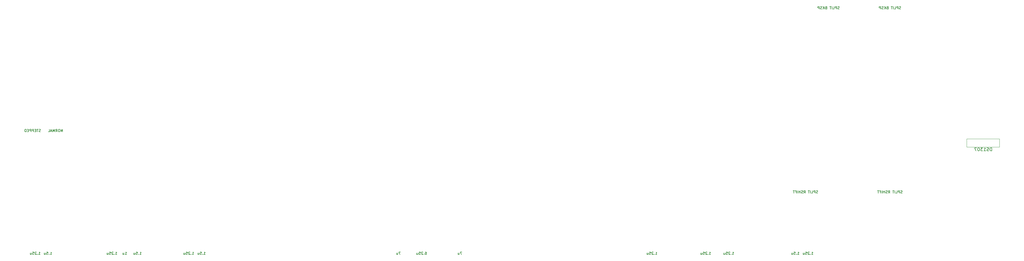
<source format=gbr>
G04 #@! TF.GenerationSoftware,KiCad,Pcbnew,(5.1.6)-1*
G04 #@! TF.CreationDate,2022-07-12T00:57:42-05:00*
G04 #@! TF.ProjectId,pinstripe,70696e73-7472-4697-9065-2e6b69636164,rev?*
G04 #@! TF.SameCoordinates,Original*
G04 #@! TF.FileFunction,Legend,Bot*
G04 #@! TF.FilePolarity,Positive*
%FSLAX46Y46*%
G04 Gerber Fmt 4.6, Leading zero omitted, Abs format (unit mm)*
G04 Created by KiCad (PCBNEW (5.1.6)-1) date 2022-07-12 00:57:42*
%MOMM*%
%LPD*%
G01*
G04 APERTURE LIST*
%ADD10C,0.150000*%
%ADD11C,0.120000*%
G04 APERTURE END LIST*
D10*
X314483333Y-164630059D02*
X314369047Y-164668154D01*
X314178571Y-164668154D01*
X314102380Y-164630059D01*
X314064285Y-164591964D01*
X314026190Y-164515773D01*
X314026190Y-164439583D01*
X314064285Y-164363392D01*
X314102380Y-164325297D01*
X314178571Y-164287202D01*
X314330952Y-164249107D01*
X314407142Y-164211011D01*
X314445238Y-164172916D01*
X314483333Y-164096726D01*
X314483333Y-164020535D01*
X314445238Y-163944345D01*
X314407142Y-163906250D01*
X314330952Y-163868154D01*
X314140476Y-163868154D01*
X314026190Y-163906250D01*
X313683333Y-164668154D02*
X313683333Y-163868154D01*
X313378571Y-163868154D01*
X313302380Y-163906250D01*
X313264285Y-163944345D01*
X313226190Y-164020535D01*
X313226190Y-164134821D01*
X313264285Y-164211011D01*
X313302380Y-164249107D01*
X313378571Y-164287202D01*
X313683333Y-164287202D01*
X312502380Y-164668154D02*
X312883333Y-164668154D01*
X312883333Y-163868154D01*
X312235714Y-164668154D02*
X312235714Y-163868154D01*
X311969047Y-163868154D02*
X311511904Y-163868154D01*
X311740476Y-164668154D02*
X311740476Y-163868154D01*
X310369047Y-164249107D02*
X310254761Y-164287202D01*
X310216666Y-164325297D01*
X310178571Y-164401488D01*
X310178571Y-164515773D01*
X310216666Y-164591964D01*
X310254761Y-164630059D01*
X310330952Y-164668154D01*
X310635714Y-164668154D01*
X310635714Y-163868154D01*
X310369047Y-163868154D01*
X310292857Y-163906250D01*
X310254761Y-163944345D01*
X310216666Y-164020535D01*
X310216666Y-164096726D01*
X310254761Y-164172916D01*
X310292857Y-164211011D01*
X310369047Y-164249107D01*
X310635714Y-164249107D01*
X309835714Y-164668154D02*
X309835714Y-163868154D01*
X309378571Y-164668154D02*
X309721428Y-164211011D01*
X309378571Y-163868154D02*
X309835714Y-164325297D01*
X309073809Y-164630059D02*
X308959523Y-164668154D01*
X308769047Y-164668154D01*
X308692857Y-164630059D01*
X308654761Y-164591964D01*
X308616666Y-164515773D01*
X308616666Y-164439583D01*
X308654761Y-164363392D01*
X308692857Y-164325297D01*
X308769047Y-164287202D01*
X308921428Y-164249107D01*
X308997619Y-164211011D01*
X309035714Y-164172916D01*
X309073809Y-164096726D01*
X309073809Y-164020535D01*
X309035714Y-163944345D01*
X308997619Y-163906250D01*
X308921428Y-163868154D01*
X308730952Y-163868154D01*
X308616666Y-163906250D01*
X308273809Y-164668154D02*
X308273809Y-163868154D01*
X307969047Y-163868154D01*
X307892857Y-163906250D01*
X307854761Y-163944345D01*
X307816666Y-164020535D01*
X307816666Y-164134821D01*
X307854761Y-164211011D01*
X307892857Y-164249107D01*
X307969047Y-164287202D01*
X308273809Y-164287202D01*
X295433333Y-164630059D02*
X295319047Y-164668154D01*
X295128571Y-164668154D01*
X295052380Y-164630059D01*
X295014285Y-164591964D01*
X294976190Y-164515773D01*
X294976190Y-164439583D01*
X295014285Y-164363392D01*
X295052380Y-164325297D01*
X295128571Y-164287202D01*
X295280952Y-164249107D01*
X295357142Y-164211011D01*
X295395238Y-164172916D01*
X295433333Y-164096726D01*
X295433333Y-164020535D01*
X295395238Y-163944345D01*
X295357142Y-163906250D01*
X295280952Y-163868154D01*
X295090476Y-163868154D01*
X294976190Y-163906250D01*
X294633333Y-164668154D02*
X294633333Y-163868154D01*
X294328571Y-163868154D01*
X294252380Y-163906250D01*
X294214285Y-163944345D01*
X294176190Y-164020535D01*
X294176190Y-164134821D01*
X294214285Y-164211011D01*
X294252380Y-164249107D01*
X294328571Y-164287202D01*
X294633333Y-164287202D01*
X293452380Y-164668154D02*
X293833333Y-164668154D01*
X293833333Y-163868154D01*
X293185714Y-164668154D02*
X293185714Y-163868154D01*
X292919047Y-163868154D02*
X292461904Y-163868154D01*
X292690476Y-164668154D02*
X292690476Y-163868154D01*
X291319047Y-164249107D02*
X291204761Y-164287202D01*
X291166666Y-164325297D01*
X291128571Y-164401488D01*
X291128571Y-164515773D01*
X291166666Y-164591964D01*
X291204761Y-164630059D01*
X291280952Y-164668154D01*
X291585714Y-164668154D01*
X291585714Y-163868154D01*
X291319047Y-163868154D01*
X291242857Y-163906250D01*
X291204761Y-163944345D01*
X291166666Y-164020535D01*
X291166666Y-164096726D01*
X291204761Y-164172916D01*
X291242857Y-164211011D01*
X291319047Y-164249107D01*
X291585714Y-164249107D01*
X290785714Y-164668154D02*
X290785714Y-163868154D01*
X290328571Y-164668154D02*
X290671428Y-164211011D01*
X290328571Y-163868154D02*
X290785714Y-164325297D01*
X290023809Y-164630059D02*
X289909523Y-164668154D01*
X289719047Y-164668154D01*
X289642857Y-164630059D01*
X289604761Y-164591964D01*
X289566666Y-164515773D01*
X289566666Y-164439583D01*
X289604761Y-164363392D01*
X289642857Y-164325297D01*
X289719047Y-164287202D01*
X289871428Y-164249107D01*
X289947619Y-164211011D01*
X289985714Y-164172916D01*
X290023809Y-164096726D01*
X290023809Y-164020535D01*
X289985714Y-163944345D01*
X289947619Y-163906250D01*
X289871428Y-163868154D01*
X289680952Y-163868154D01*
X289566666Y-163906250D01*
X289223809Y-164668154D02*
X289223809Y-163868154D01*
X288919047Y-163868154D01*
X288842857Y-163906250D01*
X288804761Y-163944345D01*
X288766666Y-164020535D01*
X288766666Y-164134821D01*
X288804761Y-164211011D01*
X288842857Y-164249107D01*
X288919047Y-164287202D01*
X289223809Y-164287202D01*
X314940476Y-221780059D02*
X314826190Y-221818154D01*
X314635714Y-221818154D01*
X314559523Y-221780059D01*
X314521428Y-221741964D01*
X314483333Y-221665773D01*
X314483333Y-221589583D01*
X314521428Y-221513392D01*
X314559523Y-221475297D01*
X314635714Y-221437202D01*
X314788095Y-221399107D01*
X314864285Y-221361011D01*
X314902380Y-221322916D01*
X314940476Y-221246726D01*
X314940476Y-221170535D01*
X314902380Y-221094345D01*
X314864285Y-221056250D01*
X314788095Y-221018154D01*
X314597619Y-221018154D01*
X314483333Y-221056250D01*
X314140476Y-221818154D02*
X314140476Y-221018154D01*
X313835714Y-221018154D01*
X313759523Y-221056250D01*
X313721428Y-221094345D01*
X313683333Y-221170535D01*
X313683333Y-221284821D01*
X313721428Y-221361011D01*
X313759523Y-221399107D01*
X313835714Y-221437202D01*
X314140476Y-221437202D01*
X312959523Y-221818154D02*
X313340476Y-221818154D01*
X313340476Y-221018154D01*
X312692857Y-221818154D02*
X312692857Y-221018154D01*
X312426190Y-221018154D02*
X311969047Y-221018154D01*
X312197619Y-221818154D02*
X312197619Y-221018154D01*
X310635714Y-221818154D02*
X310902380Y-221437202D01*
X311092857Y-221818154D02*
X311092857Y-221018154D01*
X310788095Y-221018154D01*
X310711904Y-221056250D01*
X310673809Y-221094345D01*
X310635714Y-221170535D01*
X310635714Y-221284821D01*
X310673809Y-221361011D01*
X310711904Y-221399107D01*
X310788095Y-221437202D01*
X311092857Y-221437202D01*
X310330952Y-221780059D02*
X310216666Y-221818154D01*
X310026190Y-221818154D01*
X309950000Y-221780059D01*
X309911904Y-221741964D01*
X309873809Y-221665773D01*
X309873809Y-221589583D01*
X309911904Y-221513392D01*
X309950000Y-221475297D01*
X310026190Y-221437202D01*
X310178571Y-221399107D01*
X310254761Y-221361011D01*
X310292857Y-221322916D01*
X310330952Y-221246726D01*
X310330952Y-221170535D01*
X310292857Y-221094345D01*
X310254761Y-221056250D01*
X310178571Y-221018154D01*
X309988095Y-221018154D01*
X309873809Y-221056250D01*
X309530952Y-221818154D02*
X309530952Y-221018154D01*
X309530952Y-221399107D02*
X309073809Y-221399107D01*
X309073809Y-221818154D02*
X309073809Y-221018154D01*
X308692857Y-221818154D02*
X308692857Y-221018154D01*
X308045238Y-221399107D02*
X308311904Y-221399107D01*
X308311904Y-221818154D02*
X308311904Y-221018154D01*
X307930952Y-221018154D01*
X307740476Y-221018154D02*
X307283333Y-221018154D01*
X307511904Y-221818154D02*
X307511904Y-221018154D01*
X288746726Y-221780059D02*
X288632440Y-221818154D01*
X288441964Y-221818154D01*
X288365773Y-221780059D01*
X288327678Y-221741964D01*
X288289583Y-221665773D01*
X288289583Y-221589583D01*
X288327678Y-221513392D01*
X288365773Y-221475297D01*
X288441964Y-221437202D01*
X288594345Y-221399107D01*
X288670535Y-221361011D01*
X288708630Y-221322916D01*
X288746726Y-221246726D01*
X288746726Y-221170535D01*
X288708630Y-221094345D01*
X288670535Y-221056250D01*
X288594345Y-221018154D01*
X288403869Y-221018154D01*
X288289583Y-221056250D01*
X287946726Y-221818154D02*
X287946726Y-221018154D01*
X287641964Y-221018154D01*
X287565773Y-221056250D01*
X287527678Y-221094345D01*
X287489583Y-221170535D01*
X287489583Y-221284821D01*
X287527678Y-221361011D01*
X287565773Y-221399107D01*
X287641964Y-221437202D01*
X287946726Y-221437202D01*
X286765773Y-221818154D02*
X287146726Y-221818154D01*
X287146726Y-221018154D01*
X286499107Y-221818154D02*
X286499107Y-221018154D01*
X286232440Y-221018154D02*
X285775297Y-221018154D01*
X286003869Y-221818154D02*
X286003869Y-221018154D01*
X284441964Y-221818154D02*
X284708630Y-221437202D01*
X284899107Y-221818154D02*
X284899107Y-221018154D01*
X284594345Y-221018154D01*
X284518154Y-221056250D01*
X284480059Y-221094345D01*
X284441964Y-221170535D01*
X284441964Y-221284821D01*
X284480059Y-221361011D01*
X284518154Y-221399107D01*
X284594345Y-221437202D01*
X284899107Y-221437202D01*
X284137202Y-221780059D02*
X284022916Y-221818154D01*
X283832440Y-221818154D01*
X283756250Y-221780059D01*
X283718154Y-221741964D01*
X283680059Y-221665773D01*
X283680059Y-221589583D01*
X283718154Y-221513392D01*
X283756250Y-221475297D01*
X283832440Y-221437202D01*
X283984821Y-221399107D01*
X284061011Y-221361011D01*
X284099107Y-221322916D01*
X284137202Y-221246726D01*
X284137202Y-221170535D01*
X284099107Y-221094345D01*
X284061011Y-221056250D01*
X283984821Y-221018154D01*
X283794345Y-221018154D01*
X283680059Y-221056250D01*
X283337202Y-221818154D02*
X283337202Y-221018154D01*
X283337202Y-221399107D02*
X282880059Y-221399107D01*
X282880059Y-221818154D02*
X282880059Y-221018154D01*
X282499107Y-221818154D02*
X282499107Y-221018154D01*
X281851488Y-221399107D02*
X282118154Y-221399107D01*
X282118154Y-221818154D02*
X282118154Y-221018154D01*
X281737202Y-221018154D01*
X281546726Y-221018154D02*
X281089583Y-221018154D01*
X281318154Y-221818154D02*
X281318154Y-221018154D01*
X54558928Y-202768154D02*
X54558928Y-201968154D01*
X54101785Y-202768154D01*
X54101785Y-201968154D01*
X53568452Y-201968154D02*
X53416071Y-201968154D01*
X53339880Y-202006250D01*
X53263690Y-202082440D01*
X53225595Y-202234821D01*
X53225595Y-202501488D01*
X53263690Y-202653869D01*
X53339880Y-202730059D01*
X53416071Y-202768154D01*
X53568452Y-202768154D01*
X53644642Y-202730059D01*
X53720833Y-202653869D01*
X53758928Y-202501488D01*
X53758928Y-202234821D01*
X53720833Y-202082440D01*
X53644642Y-202006250D01*
X53568452Y-201968154D01*
X52425595Y-202768154D02*
X52692261Y-202387202D01*
X52882738Y-202768154D02*
X52882738Y-201968154D01*
X52577976Y-201968154D01*
X52501785Y-202006250D01*
X52463690Y-202044345D01*
X52425595Y-202120535D01*
X52425595Y-202234821D01*
X52463690Y-202311011D01*
X52501785Y-202349107D01*
X52577976Y-202387202D01*
X52882738Y-202387202D01*
X52082738Y-202768154D02*
X52082738Y-201968154D01*
X51816071Y-202539583D01*
X51549404Y-201968154D01*
X51549404Y-202768154D01*
X51206547Y-202539583D02*
X50825595Y-202539583D01*
X51282738Y-202768154D02*
X51016071Y-201968154D01*
X50749404Y-202768154D01*
X50101785Y-202768154D02*
X50482738Y-202768154D01*
X50482738Y-201968154D01*
X47700892Y-202730059D02*
X47586607Y-202768154D01*
X47396130Y-202768154D01*
X47319940Y-202730059D01*
X47281845Y-202691964D01*
X47243750Y-202615773D01*
X47243750Y-202539583D01*
X47281845Y-202463392D01*
X47319940Y-202425297D01*
X47396130Y-202387202D01*
X47548511Y-202349107D01*
X47624702Y-202311011D01*
X47662797Y-202272916D01*
X47700892Y-202196726D01*
X47700892Y-202120535D01*
X47662797Y-202044345D01*
X47624702Y-202006250D01*
X47548511Y-201968154D01*
X47358035Y-201968154D01*
X47243750Y-202006250D01*
X47015178Y-201968154D02*
X46558035Y-201968154D01*
X46786607Y-202768154D02*
X46786607Y-201968154D01*
X46291369Y-202349107D02*
X46024702Y-202349107D01*
X45910416Y-202768154D02*
X46291369Y-202768154D01*
X46291369Y-201968154D01*
X45910416Y-201968154D01*
X45567559Y-202768154D02*
X45567559Y-201968154D01*
X45262797Y-201968154D01*
X45186607Y-202006250D01*
X45148511Y-202044345D01*
X45110416Y-202120535D01*
X45110416Y-202234821D01*
X45148511Y-202311011D01*
X45186607Y-202349107D01*
X45262797Y-202387202D01*
X45567559Y-202387202D01*
X44767559Y-202768154D02*
X44767559Y-201968154D01*
X44462797Y-201968154D01*
X44386607Y-202006250D01*
X44348511Y-202044345D01*
X44310416Y-202120535D01*
X44310416Y-202234821D01*
X44348511Y-202311011D01*
X44386607Y-202349107D01*
X44462797Y-202387202D01*
X44767559Y-202387202D01*
X43967559Y-202349107D02*
X43700892Y-202349107D01*
X43586607Y-202768154D02*
X43967559Y-202768154D01*
X43967559Y-201968154D01*
X43586607Y-201968154D01*
X43243750Y-202768154D02*
X43243750Y-201968154D01*
X43053273Y-201968154D01*
X42938988Y-202006250D01*
X42862797Y-202082440D01*
X42824702Y-202158630D01*
X42786607Y-202311011D01*
X42786607Y-202425297D01*
X42824702Y-202577678D01*
X42862797Y-202653869D01*
X42938988Y-202730059D01*
X43053273Y-202768154D01*
X43243750Y-202768154D01*
X78492261Y-240868154D02*
X78949404Y-240868154D01*
X78720833Y-240868154D02*
X78720833Y-240068154D01*
X78797023Y-240182440D01*
X78873214Y-240258630D01*
X78949404Y-240296726D01*
X78149404Y-240791964D02*
X78111309Y-240830059D01*
X78149404Y-240868154D01*
X78187500Y-240830059D01*
X78149404Y-240791964D01*
X78149404Y-240868154D01*
X77387500Y-240068154D02*
X77768452Y-240068154D01*
X77806547Y-240449107D01*
X77768452Y-240411011D01*
X77692261Y-240372916D01*
X77501785Y-240372916D01*
X77425595Y-240411011D01*
X77387500Y-240449107D01*
X77349404Y-240525297D01*
X77349404Y-240715773D01*
X77387500Y-240791964D01*
X77425595Y-240830059D01*
X77501785Y-240868154D01*
X77692261Y-240868154D01*
X77768452Y-240830059D01*
X77806547Y-240791964D01*
X76663690Y-240334821D02*
X76663690Y-240868154D01*
X77006547Y-240334821D02*
X77006547Y-240753869D01*
X76968452Y-240830059D01*
X76892261Y-240868154D01*
X76777976Y-240868154D01*
X76701785Y-240830059D01*
X76663690Y-240791964D01*
X286835714Y-240868154D02*
X287292857Y-240868154D01*
X287064285Y-240868154D02*
X287064285Y-240068154D01*
X287140476Y-240182440D01*
X287216666Y-240258630D01*
X287292857Y-240296726D01*
X286492857Y-240791964D02*
X286454761Y-240830059D01*
X286492857Y-240868154D01*
X286530952Y-240830059D01*
X286492857Y-240791964D01*
X286492857Y-240868154D01*
X286150000Y-240144345D02*
X286111904Y-240106250D01*
X286035714Y-240068154D01*
X285845238Y-240068154D01*
X285769047Y-240106250D01*
X285730952Y-240144345D01*
X285692857Y-240220535D01*
X285692857Y-240296726D01*
X285730952Y-240411011D01*
X286188095Y-240868154D01*
X285692857Y-240868154D01*
X284969047Y-240068154D02*
X285350000Y-240068154D01*
X285388095Y-240449107D01*
X285350000Y-240411011D01*
X285273809Y-240372916D01*
X285083333Y-240372916D01*
X285007142Y-240411011D01*
X284969047Y-240449107D01*
X284930952Y-240525297D01*
X284930952Y-240715773D01*
X284969047Y-240791964D01*
X285007142Y-240830059D01*
X285083333Y-240868154D01*
X285273809Y-240868154D01*
X285350000Y-240830059D01*
X285388095Y-240791964D01*
X284245238Y-240334821D02*
X284245238Y-240868154D01*
X284588095Y-240334821D02*
X284588095Y-240753869D01*
X284550000Y-240830059D01*
X284473809Y-240868154D01*
X284359523Y-240868154D01*
X284283333Y-240830059D01*
X284245238Y-240791964D01*
X282486011Y-240868154D02*
X282943154Y-240868154D01*
X282714583Y-240868154D02*
X282714583Y-240068154D01*
X282790773Y-240182440D01*
X282866964Y-240258630D01*
X282943154Y-240296726D01*
X282143154Y-240791964D02*
X282105059Y-240830059D01*
X282143154Y-240868154D01*
X282181250Y-240830059D01*
X282143154Y-240791964D01*
X282143154Y-240868154D01*
X281381250Y-240068154D02*
X281762202Y-240068154D01*
X281800297Y-240449107D01*
X281762202Y-240411011D01*
X281686011Y-240372916D01*
X281495535Y-240372916D01*
X281419345Y-240411011D01*
X281381250Y-240449107D01*
X281343154Y-240525297D01*
X281343154Y-240715773D01*
X281381250Y-240791964D01*
X281419345Y-240830059D01*
X281495535Y-240868154D01*
X281686011Y-240868154D01*
X281762202Y-240830059D01*
X281800297Y-240791964D01*
X280657440Y-240334821D02*
X280657440Y-240868154D01*
X281000297Y-240334821D02*
X281000297Y-240753869D01*
X280962202Y-240830059D01*
X280886011Y-240868154D01*
X280771726Y-240868154D01*
X280695535Y-240830059D01*
X280657440Y-240791964D01*
X262229464Y-240868154D02*
X262686607Y-240868154D01*
X262458035Y-240868154D02*
X262458035Y-240068154D01*
X262534226Y-240182440D01*
X262610416Y-240258630D01*
X262686607Y-240296726D01*
X261886607Y-240791964D02*
X261848511Y-240830059D01*
X261886607Y-240868154D01*
X261924702Y-240830059D01*
X261886607Y-240791964D01*
X261886607Y-240868154D01*
X261543750Y-240144345D02*
X261505654Y-240106250D01*
X261429464Y-240068154D01*
X261238988Y-240068154D01*
X261162797Y-240106250D01*
X261124702Y-240144345D01*
X261086607Y-240220535D01*
X261086607Y-240296726D01*
X261124702Y-240411011D01*
X261581845Y-240868154D01*
X261086607Y-240868154D01*
X260362797Y-240068154D02*
X260743750Y-240068154D01*
X260781845Y-240449107D01*
X260743750Y-240411011D01*
X260667559Y-240372916D01*
X260477083Y-240372916D01*
X260400892Y-240411011D01*
X260362797Y-240449107D01*
X260324702Y-240525297D01*
X260324702Y-240715773D01*
X260362797Y-240791964D01*
X260400892Y-240830059D01*
X260477083Y-240868154D01*
X260667559Y-240868154D01*
X260743750Y-240830059D01*
X260781845Y-240791964D01*
X259638988Y-240334821D02*
X259638988Y-240868154D01*
X259981845Y-240334821D02*
X259981845Y-240753869D01*
X259943750Y-240830059D01*
X259867559Y-240868154D01*
X259753273Y-240868154D01*
X259677083Y-240830059D01*
X259638988Y-240791964D01*
X255085714Y-240868154D02*
X255542857Y-240868154D01*
X255314285Y-240868154D02*
X255314285Y-240068154D01*
X255390476Y-240182440D01*
X255466666Y-240258630D01*
X255542857Y-240296726D01*
X254742857Y-240791964D02*
X254704761Y-240830059D01*
X254742857Y-240868154D01*
X254780952Y-240830059D01*
X254742857Y-240791964D01*
X254742857Y-240868154D01*
X254400000Y-240144345D02*
X254361904Y-240106250D01*
X254285714Y-240068154D01*
X254095238Y-240068154D01*
X254019047Y-240106250D01*
X253980952Y-240144345D01*
X253942857Y-240220535D01*
X253942857Y-240296726D01*
X253980952Y-240411011D01*
X254438095Y-240868154D01*
X253942857Y-240868154D01*
X253219047Y-240068154D02*
X253600000Y-240068154D01*
X253638095Y-240449107D01*
X253600000Y-240411011D01*
X253523809Y-240372916D01*
X253333333Y-240372916D01*
X253257142Y-240411011D01*
X253219047Y-240449107D01*
X253180952Y-240525297D01*
X253180952Y-240715773D01*
X253219047Y-240791964D01*
X253257142Y-240830059D01*
X253333333Y-240868154D01*
X253523809Y-240868154D01*
X253600000Y-240830059D01*
X253638095Y-240791964D01*
X252495238Y-240334821D02*
X252495238Y-240868154D01*
X252838095Y-240334821D02*
X252838095Y-240753869D01*
X252800000Y-240830059D01*
X252723809Y-240868154D01*
X252609523Y-240868154D01*
X252533333Y-240830059D01*
X252495238Y-240791964D01*
X238416964Y-240868154D02*
X238874107Y-240868154D01*
X238645535Y-240868154D02*
X238645535Y-240068154D01*
X238721726Y-240182440D01*
X238797916Y-240258630D01*
X238874107Y-240296726D01*
X238074107Y-240791964D02*
X238036011Y-240830059D01*
X238074107Y-240868154D01*
X238112202Y-240830059D01*
X238074107Y-240791964D01*
X238074107Y-240868154D01*
X237731250Y-240144345D02*
X237693154Y-240106250D01*
X237616964Y-240068154D01*
X237426488Y-240068154D01*
X237350297Y-240106250D01*
X237312202Y-240144345D01*
X237274107Y-240220535D01*
X237274107Y-240296726D01*
X237312202Y-240411011D01*
X237769345Y-240868154D01*
X237274107Y-240868154D01*
X236550297Y-240068154D02*
X236931250Y-240068154D01*
X236969345Y-240449107D01*
X236931250Y-240411011D01*
X236855059Y-240372916D01*
X236664583Y-240372916D01*
X236588392Y-240411011D01*
X236550297Y-240449107D01*
X236512202Y-240525297D01*
X236512202Y-240715773D01*
X236550297Y-240791964D01*
X236588392Y-240830059D01*
X236664583Y-240868154D01*
X236855059Y-240868154D01*
X236931250Y-240830059D01*
X236969345Y-240791964D01*
X235826488Y-240334821D02*
X235826488Y-240868154D01*
X236169345Y-240334821D02*
X236169345Y-240753869D01*
X236131250Y-240830059D01*
X236055059Y-240868154D01*
X235940773Y-240868154D01*
X235864583Y-240830059D01*
X235826488Y-240791964D01*
X178428571Y-240068154D02*
X177895238Y-240068154D01*
X178238095Y-240868154D01*
X177247619Y-240334821D02*
X177247619Y-240868154D01*
X177590476Y-240334821D02*
X177590476Y-240753869D01*
X177552380Y-240830059D01*
X177476190Y-240868154D01*
X177361904Y-240868154D01*
X177285714Y-240830059D01*
X177247619Y-240791964D01*
X167055654Y-240068154D02*
X167208035Y-240068154D01*
X167284226Y-240106250D01*
X167322321Y-240144345D01*
X167398511Y-240258630D01*
X167436607Y-240411011D01*
X167436607Y-240715773D01*
X167398511Y-240791964D01*
X167360416Y-240830059D01*
X167284226Y-240868154D01*
X167131845Y-240868154D01*
X167055654Y-240830059D01*
X167017559Y-240791964D01*
X166979464Y-240715773D01*
X166979464Y-240525297D01*
X167017559Y-240449107D01*
X167055654Y-240411011D01*
X167131845Y-240372916D01*
X167284226Y-240372916D01*
X167360416Y-240411011D01*
X167398511Y-240449107D01*
X167436607Y-240525297D01*
X166636607Y-240791964D02*
X166598511Y-240830059D01*
X166636607Y-240868154D01*
X166674702Y-240830059D01*
X166636607Y-240791964D01*
X166636607Y-240868154D01*
X166293750Y-240144345D02*
X166255654Y-240106250D01*
X166179464Y-240068154D01*
X165988988Y-240068154D01*
X165912797Y-240106250D01*
X165874702Y-240144345D01*
X165836607Y-240220535D01*
X165836607Y-240296726D01*
X165874702Y-240411011D01*
X166331845Y-240868154D01*
X165836607Y-240868154D01*
X165112797Y-240068154D02*
X165493750Y-240068154D01*
X165531845Y-240449107D01*
X165493750Y-240411011D01*
X165417559Y-240372916D01*
X165227083Y-240372916D01*
X165150892Y-240411011D01*
X165112797Y-240449107D01*
X165074702Y-240525297D01*
X165074702Y-240715773D01*
X165112797Y-240791964D01*
X165150892Y-240830059D01*
X165227083Y-240868154D01*
X165417559Y-240868154D01*
X165493750Y-240830059D01*
X165531845Y-240791964D01*
X164388988Y-240334821D02*
X164388988Y-240868154D01*
X164731845Y-240334821D02*
X164731845Y-240753869D01*
X164693750Y-240830059D01*
X164617559Y-240868154D01*
X164503273Y-240868154D01*
X164427083Y-240830059D01*
X164388988Y-240791964D01*
X159378571Y-240068154D02*
X158845238Y-240068154D01*
X159188095Y-240868154D01*
X158197619Y-240334821D02*
X158197619Y-240868154D01*
X158540476Y-240334821D02*
X158540476Y-240753869D01*
X158502380Y-240830059D01*
X158426190Y-240868154D01*
X158311904Y-240868154D01*
X158235714Y-240830059D01*
X158197619Y-240791964D01*
X94748214Y-240868154D02*
X95205357Y-240868154D01*
X94976785Y-240868154D02*
X94976785Y-240068154D01*
X95052976Y-240182440D01*
X95129166Y-240258630D01*
X95205357Y-240296726D01*
X94405357Y-240791964D02*
X94367261Y-240830059D01*
X94405357Y-240868154D01*
X94443452Y-240830059D01*
X94405357Y-240791964D01*
X94405357Y-240868154D01*
X94062500Y-240144345D02*
X94024404Y-240106250D01*
X93948214Y-240068154D01*
X93757738Y-240068154D01*
X93681547Y-240106250D01*
X93643452Y-240144345D01*
X93605357Y-240220535D01*
X93605357Y-240296726D01*
X93643452Y-240411011D01*
X94100595Y-240868154D01*
X93605357Y-240868154D01*
X92881547Y-240068154D02*
X93262500Y-240068154D01*
X93300595Y-240449107D01*
X93262500Y-240411011D01*
X93186309Y-240372916D01*
X92995833Y-240372916D01*
X92919642Y-240411011D01*
X92881547Y-240449107D01*
X92843452Y-240525297D01*
X92843452Y-240715773D01*
X92881547Y-240791964D01*
X92919642Y-240830059D01*
X92995833Y-240868154D01*
X93186309Y-240868154D01*
X93262500Y-240830059D01*
X93300595Y-240791964D01*
X92157738Y-240334821D02*
X92157738Y-240868154D01*
X92500595Y-240334821D02*
X92500595Y-240753869D01*
X92462500Y-240830059D01*
X92386309Y-240868154D01*
X92272023Y-240868154D01*
X92195833Y-240830059D01*
X92157738Y-240791964D01*
X98336011Y-240868154D02*
X98793154Y-240868154D01*
X98564583Y-240868154D02*
X98564583Y-240068154D01*
X98640773Y-240182440D01*
X98716964Y-240258630D01*
X98793154Y-240296726D01*
X97993154Y-240791964D02*
X97955059Y-240830059D01*
X97993154Y-240868154D01*
X98031250Y-240830059D01*
X97993154Y-240791964D01*
X97993154Y-240868154D01*
X97231250Y-240068154D02*
X97612202Y-240068154D01*
X97650297Y-240449107D01*
X97612202Y-240411011D01*
X97536011Y-240372916D01*
X97345535Y-240372916D01*
X97269345Y-240411011D01*
X97231250Y-240449107D01*
X97193154Y-240525297D01*
X97193154Y-240715773D01*
X97231250Y-240791964D01*
X97269345Y-240830059D01*
X97345535Y-240868154D01*
X97536011Y-240868154D01*
X97612202Y-240830059D01*
X97650297Y-240791964D01*
X96507440Y-240334821D02*
X96507440Y-240868154D01*
X96850297Y-240334821D02*
X96850297Y-240753869D01*
X96812202Y-240830059D01*
X96736011Y-240868154D01*
X96621726Y-240868154D01*
X96545535Y-240830059D01*
X96507440Y-240791964D01*
X70935714Y-240868154D02*
X71392857Y-240868154D01*
X71164285Y-240868154D02*
X71164285Y-240068154D01*
X71240476Y-240182440D01*
X71316666Y-240258630D01*
X71392857Y-240296726D01*
X70592857Y-240791964D02*
X70554761Y-240830059D01*
X70592857Y-240868154D01*
X70630952Y-240830059D01*
X70592857Y-240791964D01*
X70592857Y-240868154D01*
X70250000Y-240144345D02*
X70211904Y-240106250D01*
X70135714Y-240068154D01*
X69945238Y-240068154D01*
X69869047Y-240106250D01*
X69830952Y-240144345D01*
X69792857Y-240220535D01*
X69792857Y-240296726D01*
X69830952Y-240411011D01*
X70288095Y-240868154D01*
X69792857Y-240868154D01*
X69069047Y-240068154D02*
X69450000Y-240068154D01*
X69488095Y-240449107D01*
X69450000Y-240411011D01*
X69373809Y-240372916D01*
X69183333Y-240372916D01*
X69107142Y-240411011D01*
X69069047Y-240449107D01*
X69030952Y-240525297D01*
X69030952Y-240715773D01*
X69069047Y-240791964D01*
X69107142Y-240830059D01*
X69183333Y-240868154D01*
X69373809Y-240868154D01*
X69450000Y-240830059D01*
X69488095Y-240791964D01*
X68345238Y-240334821D02*
X68345238Y-240868154D01*
X68688095Y-240334821D02*
X68688095Y-240753869D01*
X68650000Y-240830059D01*
X68573809Y-240868154D01*
X68459523Y-240868154D01*
X68383333Y-240830059D01*
X68345238Y-240791964D01*
X73952083Y-240868154D02*
X74409226Y-240868154D01*
X74180654Y-240868154D02*
X74180654Y-240068154D01*
X74256845Y-240182440D01*
X74333035Y-240258630D01*
X74409226Y-240296726D01*
X73266369Y-240334821D02*
X73266369Y-240868154D01*
X73609226Y-240334821D02*
X73609226Y-240753869D01*
X73571130Y-240830059D01*
X73494940Y-240868154D01*
X73380654Y-240868154D01*
X73304464Y-240830059D01*
X73266369Y-240791964D01*
X50711011Y-240868154D02*
X51168154Y-240868154D01*
X50939583Y-240868154D02*
X50939583Y-240068154D01*
X51015773Y-240182440D01*
X51091964Y-240258630D01*
X51168154Y-240296726D01*
X50368154Y-240791964D02*
X50330059Y-240830059D01*
X50368154Y-240868154D01*
X50406250Y-240830059D01*
X50368154Y-240791964D01*
X50368154Y-240868154D01*
X49606250Y-240068154D02*
X49987202Y-240068154D01*
X50025297Y-240449107D01*
X49987202Y-240411011D01*
X49911011Y-240372916D01*
X49720535Y-240372916D01*
X49644345Y-240411011D01*
X49606250Y-240449107D01*
X49568154Y-240525297D01*
X49568154Y-240715773D01*
X49606250Y-240791964D01*
X49644345Y-240830059D01*
X49720535Y-240868154D01*
X49911011Y-240868154D01*
X49987202Y-240830059D01*
X50025297Y-240791964D01*
X48882440Y-240334821D02*
X48882440Y-240868154D01*
X49225297Y-240334821D02*
X49225297Y-240753869D01*
X49187202Y-240830059D01*
X49111011Y-240868154D01*
X48996726Y-240868154D01*
X48920535Y-240830059D01*
X48882440Y-240791964D01*
X47123214Y-240868154D02*
X47580357Y-240868154D01*
X47351785Y-240868154D02*
X47351785Y-240068154D01*
X47427976Y-240182440D01*
X47504166Y-240258630D01*
X47580357Y-240296726D01*
X46780357Y-240791964D02*
X46742261Y-240830059D01*
X46780357Y-240868154D01*
X46818452Y-240830059D01*
X46780357Y-240791964D01*
X46780357Y-240868154D01*
X46437500Y-240144345D02*
X46399404Y-240106250D01*
X46323214Y-240068154D01*
X46132738Y-240068154D01*
X46056547Y-240106250D01*
X46018452Y-240144345D01*
X45980357Y-240220535D01*
X45980357Y-240296726D01*
X46018452Y-240411011D01*
X46475595Y-240868154D01*
X45980357Y-240868154D01*
X45256547Y-240068154D02*
X45637500Y-240068154D01*
X45675595Y-240449107D01*
X45637500Y-240411011D01*
X45561309Y-240372916D01*
X45370833Y-240372916D01*
X45294642Y-240411011D01*
X45256547Y-240449107D01*
X45218452Y-240525297D01*
X45218452Y-240715773D01*
X45256547Y-240791964D01*
X45294642Y-240830059D01*
X45370833Y-240868154D01*
X45561309Y-240868154D01*
X45637500Y-240830059D01*
X45675595Y-240791964D01*
X44532738Y-240334821D02*
X44532738Y-240868154D01*
X44875595Y-240334821D02*
X44875595Y-240753869D01*
X44837500Y-240830059D01*
X44761309Y-240868154D01*
X44647023Y-240868154D01*
X44570833Y-240830059D01*
X44532738Y-240791964D01*
D11*
X345122500Y-204946250D02*
X334962500Y-204946250D01*
X334962500Y-204946250D02*
X334962500Y-207486250D01*
X334962500Y-207486250D02*
X345122500Y-207486250D01*
X345122500Y-207486250D02*
X345122500Y-204946250D01*
D10*
X342748857Y-208700630D02*
X342748857Y-207700630D01*
X342510761Y-207700630D01*
X342367904Y-207748250D01*
X342272666Y-207843488D01*
X342225047Y-207938726D01*
X342177428Y-208129202D01*
X342177428Y-208272059D01*
X342225047Y-208462535D01*
X342272666Y-208557773D01*
X342367904Y-208653011D01*
X342510761Y-208700630D01*
X342748857Y-208700630D01*
X341796476Y-208653011D02*
X341653619Y-208700630D01*
X341415523Y-208700630D01*
X341320285Y-208653011D01*
X341272666Y-208605392D01*
X341225047Y-208510154D01*
X341225047Y-208414916D01*
X341272666Y-208319678D01*
X341320285Y-208272059D01*
X341415523Y-208224440D01*
X341606000Y-208176821D01*
X341701238Y-208129202D01*
X341748857Y-208081583D01*
X341796476Y-207986345D01*
X341796476Y-207891107D01*
X341748857Y-207795869D01*
X341701238Y-207748250D01*
X341606000Y-207700630D01*
X341367904Y-207700630D01*
X341225047Y-207748250D01*
X340272666Y-208700630D02*
X340844095Y-208700630D01*
X340558380Y-208700630D02*
X340558380Y-207700630D01*
X340653619Y-207843488D01*
X340748857Y-207938726D01*
X340844095Y-207986345D01*
X339939333Y-207700630D02*
X339320285Y-207700630D01*
X339653619Y-208081583D01*
X339510761Y-208081583D01*
X339415523Y-208129202D01*
X339367904Y-208176821D01*
X339320285Y-208272059D01*
X339320285Y-208510154D01*
X339367904Y-208605392D01*
X339415523Y-208653011D01*
X339510761Y-208700630D01*
X339796476Y-208700630D01*
X339891714Y-208653011D01*
X339939333Y-208605392D01*
X338701238Y-207700630D02*
X338606000Y-207700630D01*
X338510761Y-207748250D01*
X338463142Y-207795869D01*
X338415523Y-207891107D01*
X338367904Y-208081583D01*
X338367904Y-208319678D01*
X338415523Y-208510154D01*
X338463142Y-208605392D01*
X338510761Y-208653011D01*
X338606000Y-208700630D01*
X338701238Y-208700630D01*
X338796476Y-208653011D01*
X338844095Y-208605392D01*
X338891714Y-208510154D01*
X338939333Y-208319678D01*
X338939333Y-208081583D01*
X338891714Y-207891107D01*
X338844095Y-207795869D01*
X338796476Y-207748250D01*
X338701238Y-207700630D01*
X338034571Y-207700630D02*
X337367904Y-207700630D01*
X337796476Y-208700630D01*
M02*

</source>
